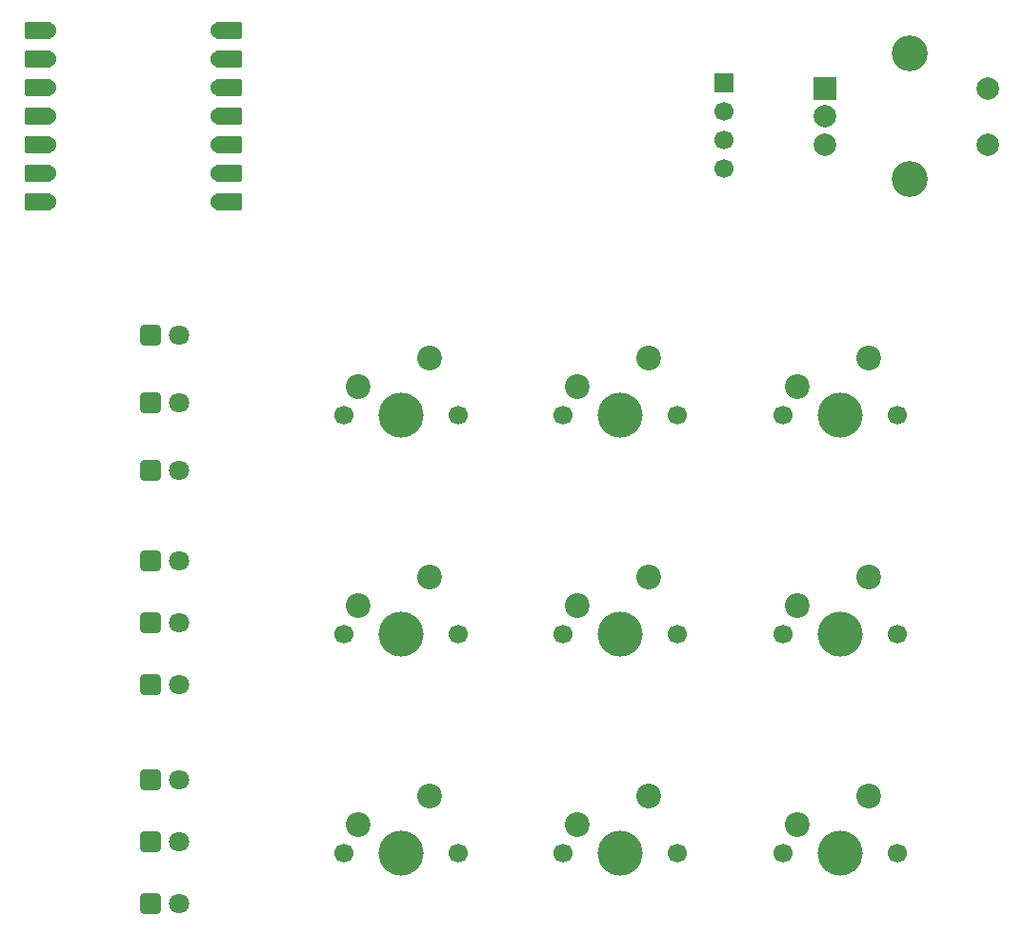
<source format=gbr>
%TF.GenerationSoftware,KiCad,Pcbnew,9.0.2*%
%TF.CreationDate,2025-07-03T21:35:02+02:00*%
%TF.ProjectId,dialpad,6469616c-7061-4642-9e6b-696361645f70,v1.0*%
%TF.SameCoordinates,Original*%
%TF.FileFunction,Soldermask,Top*%
%TF.FilePolarity,Negative*%
%FSLAX46Y46*%
G04 Gerber Fmt 4.6, Leading zero omitted, Abs format (unit mm)*
G04 Created by KiCad (PCBNEW 9.0.2) date 2025-07-03 21:35:02*
%MOMM*%
%LPD*%
G01*
G04 APERTURE LIST*
G04 Aperture macros list*
%AMRoundRect*
0 Rectangle with rounded corners*
0 $1 Rounding radius*
0 $2 $3 $4 $5 $6 $7 $8 $9 X,Y pos of 4 corners*
0 Add a 4 corners polygon primitive as box body*
4,1,4,$2,$3,$4,$5,$6,$7,$8,$9,$2,$3,0*
0 Add four circle primitives for the rounded corners*
1,1,$1+$1,$2,$3*
1,1,$1+$1,$4,$5*
1,1,$1+$1,$6,$7*
1,1,$1+$1,$8,$9*
0 Add four rect primitives between the rounded corners*
20,1,$1+$1,$2,$3,$4,$5,0*
20,1,$1+$1,$4,$5,$6,$7,0*
20,1,$1+$1,$6,$7,$8,$9,0*
20,1,$1+$1,$8,$9,$2,$3,0*%
G04 Aperture macros list end*
%ADD10C,1.700000*%
%ADD11C,4.000000*%
%ADD12C,2.200000*%
%ADD13RoundRect,0.250000X-0.650000X-0.650000X0.650000X-0.650000X0.650000X0.650000X-0.650000X0.650000X0*%
%ADD14C,1.800000*%
%ADD15RoundRect,0.152400X1.063600X0.609600X-1.063600X0.609600X-1.063600X-0.609600X1.063600X-0.609600X0*%
%ADD16C,1.524000*%
%ADD17RoundRect,0.152400X-1.063600X-0.609600X1.063600X-0.609600X1.063600X0.609600X-1.063600X0.609600X0*%
%ADD18R,2.000000X2.000000*%
%ADD19C,2.000000*%
%ADD20C,3.200000*%
%ADD21R,1.700000X1.700000*%
G04 APERTURE END LIST*
D10*
%TO.C,SW5*%
X166880000Y-119235000D03*
D11*
X171960000Y-119235000D03*
D10*
X177040000Y-119235000D03*
D12*
X174500000Y-114155000D03*
X168150000Y-116695000D03*
%TD*%
D13*
%TO.C,D5*%
X130150000Y-118192500D03*
D14*
X132690000Y-118192500D03*
%TD*%
D10*
%TO.C,SW6*%
X186380000Y-119235000D03*
D11*
X191460000Y-119235000D03*
D10*
X196540000Y-119235000D03*
D12*
X194000000Y-114155000D03*
X187650000Y-116695000D03*
%TD*%
D10*
%TO.C,SW1*%
X147380000Y-99735000D03*
D11*
X152460000Y-99735000D03*
D10*
X157540000Y-99735000D03*
D12*
X155000000Y-94655000D03*
X148650000Y-97195000D03*
%TD*%
D10*
%TO.C,SW8*%
X166880000Y-138735000D03*
D11*
X171960000Y-138735000D03*
D10*
X177040000Y-138735000D03*
D12*
X174500000Y-133655000D03*
X168150000Y-136195000D03*
%TD*%
D13*
%TO.C,D3*%
X130150000Y-104692500D03*
D14*
X132690000Y-104692500D03*
%TD*%
D13*
%TO.C,D8*%
X130155000Y-137692500D03*
D14*
X132695000Y-137692500D03*
%TD*%
D13*
%TO.C,D6*%
X130155000Y-123692500D03*
D14*
X132695000Y-123692500D03*
%TD*%
D10*
%TO.C,SW4*%
X147380000Y-119235000D03*
D11*
X152460000Y-119235000D03*
D10*
X157540000Y-119235000D03*
D12*
X155000000Y-114155000D03*
X148650000Y-116695000D03*
%TD*%
D13*
%TO.C,D7*%
X130155000Y-132192500D03*
D14*
X132695000Y-132192500D03*
%TD*%
D10*
%TO.C,SW2*%
X166880000Y-99735000D03*
D11*
X171960000Y-99735000D03*
D10*
X177040000Y-99735000D03*
D12*
X174500000Y-94655000D03*
X168150000Y-97195000D03*
%TD*%
D15*
%TO.C,U1*%
X120195000Y-65575000D03*
D16*
X121030000Y-65575000D03*
D15*
X120195000Y-68115000D03*
D16*
X121030000Y-68115000D03*
D15*
X120195000Y-70655000D03*
D16*
X121030000Y-70655000D03*
D15*
X120195000Y-73195000D03*
D16*
X121030000Y-73195000D03*
D15*
X120195000Y-75735000D03*
D16*
X121030000Y-75735000D03*
D15*
X120195000Y-78275000D03*
D16*
X121030000Y-78275000D03*
D15*
X120195000Y-80815000D03*
D16*
X121030000Y-80815000D03*
X136270000Y-80815000D03*
D17*
X137105000Y-80815000D03*
D16*
X136270000Y-78275000D03*
D17*
X137105000Y-78275000D03*
D16*
X136270000Y-75735000D03*
D17*
X137105000Y-75735000D03*
D16*
X136270000Y-73195000D03*
D17*
X137105000Y-73195000D03*
D16*
X136270000Y-70655000D03*
D17*
X137105000Y-70655000D03*
D16*
X136270000Y-68115000D03*
D17*
X137105000Y-68115000D03*
D16*
X136270000Y-65575000D03*
D17*
X137105000Y-65575000D03*
%TD*%
D13*
%TO.C,D9*%
X130150000Y-143192500D03*
D14*
X132690000Y-143192500D03*
%TD*%
D10*
%TO.C,SW9*%
X186380000Y-138735000D03*
D11*
X191460000Y-138735000D03*
D10*
X196540000Y-138735000D03*
D12*
X194000000Y-133655000D03*
X187650000Y-136195000D03*
%TD*%
D18*
%TO.C,SW10*%
X190150000Y-70695000D03*
D19*
X190150000Y-75695000D03*
X190150000Y-73195000D03*
D20*
X197650000Y-67595000D03*
X197650000Y-78795000D03*
D19*
X204650000Y-75695000D03*
X204650000Y-70695000D03*
%TD*%
D13*
%TO.C,D1*%
X130155000Y-92692500D03*
D14*
X132695000Y-92692500D03*
%TD*%
D10*
%TO.C,SW7*%
X147380000Y-138735000D03*
D11*
X152460000Y-138735000D03*
D10*
X157540000Y-138735000D03*
D12*
X155000000Y-133655000D03*
X148650000Y-136195000D03*
%TD*%
D13*
%TO.C,D4*%
X130150000Y-112692500D03*
D14*
X132690000Y-112692500D03*
%TD*%
D13*
%TO.C,D2*%
X130155000Y-98692500D03*
D14*
X132695000Y-98692500D03*
%TD*%
D21*
%TO.C,J1*%
X181150000Y-70195000D03*
D10*
X181150000Y-72735000D03*
X181150000Y-75275000D03*
X181150000Y-77815000D03*
%TD*%
%TO.C,SW3*%
X186380000Y-99735000D03*
D11*
X191460000Y-99735000D03*
D10*
X196540000Y-99735000D03*
D12*
X194000000Y-94655000D03*
X187650000Y-97195000D03*
%TD*%
M02*

</source>
